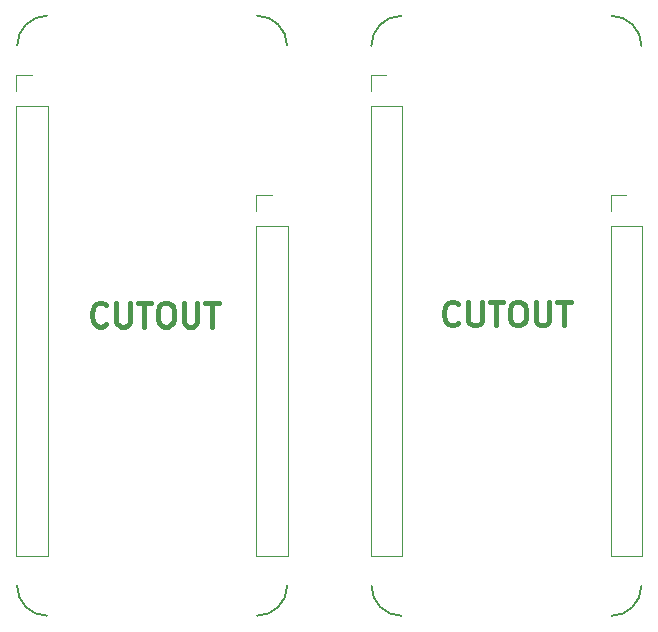
<source format=gbr>
G04 #@! TF.GenerationSoftware,KiCad,Pcbnew,(5.0.0-rc2-dev-111-gc69db6c)*
G04 #@! TF.CreationDate,2018-03-20T00:35:28-07:00*
G04 #@! TF.ProjectId,Feather_Trellis,466561746865725F5472656C6C69732E,rev?*
G04 #@! TF.SameCoordinates,Original*
G04 #@! TF.FileFunction,Legend,Top*
G04 #@! TF.FilePolarity,Positive*
%FSLAX46Y46*%
G04 Gerber Fmt 4.6, Leading zero omitted, Abs format (unit mm)*
G04 Created by KiCad (PCBNEW (5.0.0-rc2-dev-111-gc69db6c)) date Tuesday, March 20, 2018 at 12:35:28 AM*
%MOMM*%
%LPD*%
G01*
G04 APERTURE LIST*
%ADD10C,0.400000*%
%ADD11C,0.200000*%
%ADD12C,0.120000*%
G04 APERTURE END LIST*
D10*
X101112380Y-60724285D02*
X101017142Y-60819523D01*
X100731428Y-60914761D01*
X100540952Y-60914761D01*
X100255238Y-60819523D01*
X100064761Y-60629047D01*
X99969523Y-60438571D01*
X99874285Y-60057619D01*
X99874285Y-59771904D01*
X99969523Y-59390952D01*
X100064761Y-59200476D01*
X100255238Y-59010000D01*
X100540952Y-58914761D01*
X100731428Y-58914761D01*
X101017142Y-59010000D01*
X101112380Y-59105238D01*
X101969523Y-58914761D02*
X101969523Y-60533809D01*
X102064761Y-60724285D01*
X102160000Y-60819523D01*
X102350476Y-60914761D01*
X102731428Y-60914761D01*
X102921904Y-60819523D01*
X103017142Y-60724285D01*
X103112380Y-60533809D01*
X103112380Y-58914761D01*
X103779047Y-58914761D02*
X104921904Y-58914761D01*
X104350476Y-60914761D02*
X104350476Y-58914761D01*
X105969523Y-58914761D02*
X106350476Y-58914761D01*
X106540952Y-59010000D01*
X106731428Y-59200476D01*
X106826666Y-59581428D01*
X106826666Y-60248095D01*
X106731428Y-60629047D01*
X106540952Y-60819523D01*
X106350476Y-60914761D01*
X105969523Y-60914761D01*
X105779047Y-60819523D01*
X105588571Y-60629047D01*
X105493333Y-60248095D01*
X105493333Y-59581428D01*
X105588571Y-59200476D01*
X105779047Y-59010000D01*
X105969523Y-58914761D01*
X107683809Y-58914761D02*
X107683809Y-60533809D01*
X107779047Y-60724285D01*
X107874285Y-60819523D01*
X108064761Y-60914761D01*
X108445714Y-60914761D01*
X108636190Y-60819523D01*
X108731428Y-60724285D01*
X108826666Y-60533809D01*
X108826666Y-58914761D01*
X109493333Y-58914761D02*
X110636190Y-58914761D01*
X110064761Y-60914761D02*
X110064761Y-58914761D01*
X130912380Y-60624285D02*
X130817142Y-60719523D01*
X130531428Y-60814761D01*
X130340952Y-60814761D01*
X130055238Y-60719523D01*
X129864761Y-60529047D01*
X129769523Y-60338571D01*
X129674285Y-59957619D01*
X129674285Y-59671904D01*
X129769523Y-59290952D01*
X129864761Y-59100476D01*
X130055238Y-58910000D01*
X130340952Y-58814761D01*
X130531428Y-58814761D01*
X130817142Y-58910000D01*
X130912380Y-59005238D01*
X131769523Y-58814761D02*
X131769523Y-60433809D01*
X131864761Y-60624285D01*
X131960000Y-60719523D01*
X132150476Y-60814761D01*
X132531428Y-60814761D01*
X132721904Y-60719523D01*
X132817142Y-60624285D01*
X132912380Y-60433809D01*
X132912380Y-58814761D01*
X133579047Y-58814761D02*
X134721904Y-58814761D01*
X134150476Y-60814761D02*
X134150476Y-58814761D01*
X135769523Y-58814761D02*
X136150476Y-58814761D01*
X136340952Y-58910000D01*
X136531428Y-59100476D01*
X136626666Y-59481428D01*
X136626666Y-60148095D01*
X136531428Y-60529047D01*
X136340952Y-60719523D01*
X136150476Y-60814761D01*
X135769523Y-60814761D01*
X135579047Y-60719523D01*
X135388571Y-60529047D01*
X135293333Y-60148095D01*
X135293333Y-59481428D01*
X135388571Y-59100476D01*
X135579047Y-58910000D01*
X135769523Y-58814761D01*
X137483809Y-58814761D02*
X137483809Y-60433809D01*
X137579047Y-60624285D01*
X137674285Y-60719523D01*
X137864761Y-60814761D01*
X138245714Y-60814761D01*
X138436190Y-60719523D01*
X138531428Y-60624285D01*
X138626666Y-60433809D01*
X138626666Y-58814761D01*
X139293333Y-58814761D02*
X140436190Y-58814761D01*
X139864761Y-60814761D02*
X139864761Y-58814761D01*
D11*
X113890000Y-34600000D02*
G75*
G02X116430000Y-37140000I0J-2540000D01*
G01*
X93570000Y-37140000D02*
G75*
G02X96110000Y-34600000I2540000J0D01*
G01*
X96110000Y-85400000D02*
G75*
G02X93570000Y-82860000I0J2540000D01*
G01*
X116430000Y-82860000D02*
G75*
G02X113890000Y-85400000I-2540000J0D01*
G01*
X126110000Y-85400000D02*
G75*
G02X123570000Y-82860000I0J2540000D01*
G01*
X146430000Y-82860000D02*
G75*
G02X143890000Y-85400000I-2540000J0D01*
G01*
X123570000Y-37140000D02*
G75*
G02X126110000Y-34600000I2540000J0D01*
G01*
X143890000Y-34600000D02*
G75*
G02X146430000Y-37140000I0J-2540000D01*
G01*
D12*
X143830000Y-80380000D02*
X146490000Y-80380000D01*
X143830000Y-52380000D02*
X143830000Y-80380000D01*
X146490000Y-52380000D02*
X146490000Y-80380000D01*
X143830000Y-52380000D02*
X146490000Y-52380000D01*
X143830000Y-51110000D02*
X143830000Y-49780000D01*
X143830000Y-49780000D02*
X145160000Y-49780000D01*
X113830000Y-49780000D02*
X115160000Y-49780000D01*
X113830000Y-51110000D02*
X113830000Y-49780000D01*
X113830000Y-52380000D02*
X116490000Y-52380000D01*
X116490000Y-52380000D02*
X116490000Y-80380000D01*
X113830000Y-52380000D02*
X113830000Y-80380000D01*
X113830000Y-80380000D02*
X116490000Y-80380000D01*
X123510000Y-80380000D02*
X126170000Y-80380000D01*
X123510000Y-42220000D02*
X123510000Y-80380000D01*
X126170000Y-42220000D02*
X126170000Y-80380000D01*
X123510000Y-42220000D02*
X126170000Y-42220000D01*
X123510000Y-40950000D02*
X123510000Y-39620000D01*
X123510000Y-39620000D02*
X124840000Y-39620000D01*
X93510000Y-39620000D02*
X94840000Y-39620000D01*
X93510000Y-40950000D02*
X93510000Y-39620000D01*
X93510000Y-42220000D02*
X96170000Y-42220000D01*
X96170000Y-42220000D02*
X96170000Y-80380000D01*
X93510000Y-42220000D02*
X93510000Y-80380000D01*
X93510000Y-80380000D02*
X96170000Y-80380000D01*
M02*

</source>
